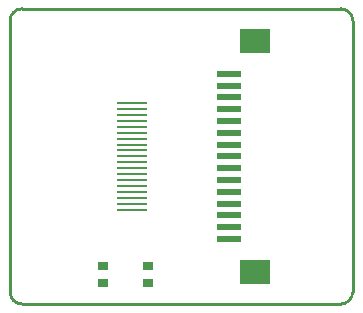
<source format=gtp>
G04 Layer_Color=8421504*
%FSLAX25Y25*%
%MOIN*%
G70*
G01*
G75*
%ADD10R,0.10236X0.01102*%
%ADD11R,0.07874X0.02362*%
%ADD12R,0.10236X0.07874*%
%ADD13R,0.03543X0.03150*%
%ADD16C,0.00965*%
%ADD17C,0.01000*%
D10*
X288583Y253937D02*
D03*
Y251969D02*
D03*
Y255906D02*
D03*
Y257874D02*
D03*
Y250000D02*
D03*
Y240158D02*
D03*
Y242126D02*
D03*
Y244094D02*
D03*
Y246063D02*
D03*
Y248031D02*
D03*
Y238189D02*
D03*
Y236221D02*
D03*
Y269685D02*
D03*
Y263779D02*
D03*
Y261811D02*
D03*
Y271654D02*
D03*
Y259842D02*
D03*
Y267717D02*
D03*
Y265748D02*
D03*
D11*
X320866Y226378D02*
D03*
Y234252D02*
D03*
Y238189D02*
D03*
Y242126D02*
D03*
Y246063D02*
D03*
Y250000D02*
D03*
Y230315D02*
D03*
Y261811D02*
D03*
Y281496D02*
D03*
Y277559D02*
D03*
Y273622D02*
D03*
Y269685D02*
D03*
Y265748D02*
D03*
Y257874D02*
D03*
Y253937D02*
D03*
D12*
X329528Y292520D02*
D03*
Y215354D02*
D03*
D13*
X294094Y211811D02*
D03*
Y217323D02*
D03*
X279134Y211811D02*
D03*
Y217323D02*
D03*
D16*
X358268Y204724D02*
G03*
X362205Y208661I0J3937D01*
G01*
X248031D02*
G03*
X251969Y204724I3937J0D01*
G01*
X251969Y303150D02*
G03*
X248031Y299213I0J-3937D01*
G01*
X362205Y299213D02*
G03*
X358268Y303150I-3937J0D01*
G01*
D17*
X248031Y208661D02*
Y299213D01*
X251969Y303150D02*
X358268D01*
X251969Y204724D02*
X358268D01*
X362205Y208661D02*
Y299213D01*
M02*

</source>
